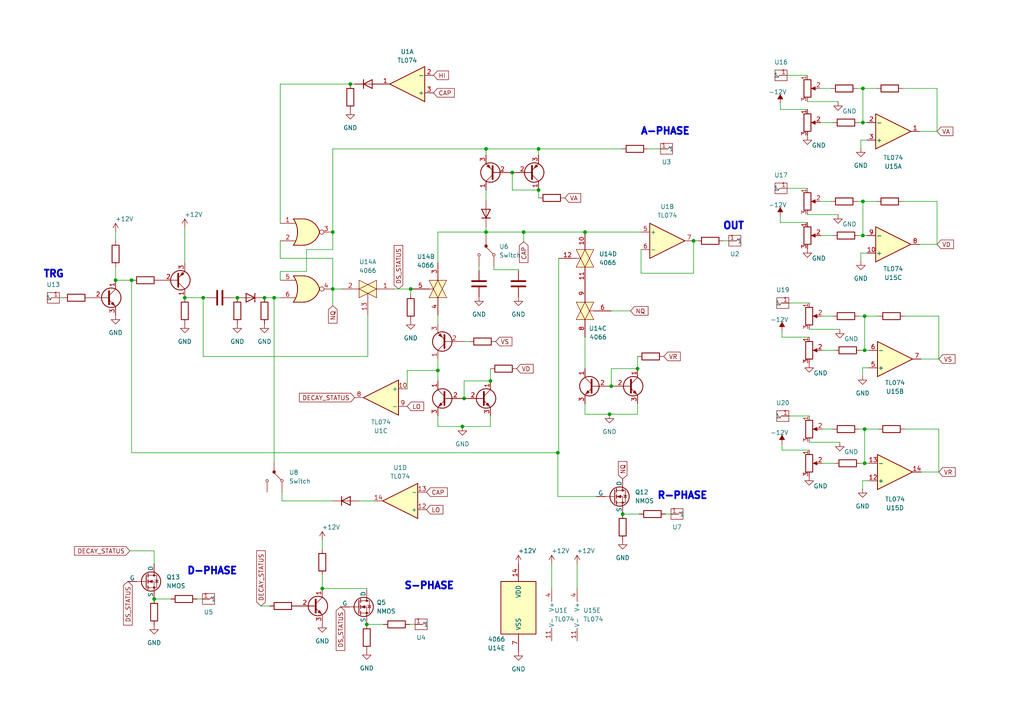
<source format=kicad_sch>
(kicad_sch (version 20230121) (generator eeschema)
  (paper "A4")
  (lib_symbols
    (symbol "4xxx:4001" (pin_names (offset 1.016))
      (property "Reference" "U" (at 0 1.27 0))
      (property "Value" "4001" (at 0 -1.27 0))
      (symbol "4001_1_1"
        (pin input line (at -7.62 2.54 0) (length 4.318) (name "~") (number "1"))
        (pin input line (at -7.62 -2.54 0) (length 4.318) (name "~") (number "2"))
        (pin output inverted (at 7.62 0 180) (length 3.81) (name "~") (number "3"))
      )
      (symbol "4001_1_2"
        (pin input inverted (at -7.62 2.54 0) (length 3.81) (name "~") (number "1"))
        (pin input inverted (at -7.62 -2.54 0) (length 3.81) (name "~") (number "2"))
        (pin output line (at 7.62 0 180) (length 3.81) (name "~") (number "3"))
      )
      (symbol "4001_2_1"
        (pin output inverted (at 7.62 0 180) (length 3.81) (name "~") (number "4"))
        (pin input line (at -7.62 2.54 0) (length 4.318) (name "~") (number "5"))
        (pin input line (at -7.62 -2.54 0) (length 4.318) (name "~") (number "6"))
      )
      (symbol "4001_2_2"
        (pin output line (at 7.62 0 180) (length 3.81) (name "~") (number "4"))
        (pin input inverted (at -7.62 2.54 0) (length 3.81) (name "~") (number "5"))
        (pin input inverted (at -7.62 -2.54 0) (length 3.81) (name "~") (number "6"))
      )
      (symbol "4001_3_1"
        (pin output inverted (at 7.62 0 180) (length 3.81) (name "~") (number "10"))
        (pin input line (at -7.62 2.54 0) (length 4.318) (name "~") (number "8"))
        (pin input line (at -7.62 -2.54 0) (length 4.318) (name "~") (number "9"))
      )
      (symbol "4001_3_2"
        (pin output line (at 7.62 0 180) (length 3.81) (name "~") (number "10"))
        (pin input inverted (at -7.62 2.54 0) (length 3.81) (name "~") (number "8"))
        (pin input inverted (at -7.62 -2.54 0) (length 3.81) (name "~") (number "9"))
      )
      (symbol "4001_4_1"
        (pin output inverted (at 7.62 0 180) (length 3.81) (name "~") (number "11"))
        (pin input line (at -7.62 2.54 0) (length 4.318) (name "~") (number "12"))
        (pin input line (at -7.62 -2.54 0) (length 4.318) (name "~") (number "13"))
      )
      (symbol "4001_4_2"
        (pin output line (at 7.62 0 180) (length 3.81) (name "~") (number "11"))
        (pin input inverted (at -7.62 2.54 0) (length 3.81) (name "~") (number "12"))
        (pin input inverted (at -7.62 -2.54 0) (length 3.81) (name "~") (number "13"))
      )
      (symbol "4001_5_0"
        (pin power_in line (at 0 12.7 270) (length 5.08) (name "VDD") (number "14"))
        (pin power_in line (at 0 -12.7 90) (length 5.08) (name "VSS") (number "7"))
      )
    )
    (symbol "4xxx:4066" (pin_names (offset 1.016))
      (property "Reference" "U" (at -7.62 8.89 0))
      (property "Value" "4066" (at -7.62 -8.89 0))
      (symbol "4066_1_0"
        (pin passive line (at -7.62 0 0) (length 5.08) (name "~") (number "1"))
        (pin input line (at 0 7.62 270) (length 5.08) (name "~") (number "13"))
        (pin passive line (at 7.62 0 180) (length 5.08) (name "~") (number "2"))
      )
      (symbol "4066_2_0"
        (pin passive line (at 7.62 0 180) (length 5.08) (name "~") (number "3"))
        (pin passive line (at -7.62 0 0) (length 5.08) (name "~") (number "4"))
        (pin input line (at 0 7.62 270) (length 5.08) (name "~") (number "5"))
      )
      (symbol "4066_3_0"
        (pin input line (at 0 7.62 270) (length 5.08) (name "~") (number "6"))
        (pin passive line (at -7.62 0 0) (length 5.08) (name "~") (number "8"))
        (pin passive line (at 7.62 0 180) (length 5.08) (name "~") (number "9"))
      )
      (symbol "4066_4_0"
        (pin passive line (at 7.62 0 180) (length 5.08) (name "~") (number "10"))
        (pin passive line (at -7.62 0 0) (length 5.08) (name "~") (number "11"))
        (pin input line (at 0 7.62 270) (length 5.08) (name "~") (number "12"))
      )
      (symbol "4066_5_0"
        (pin power_in line (at 0 12.7 270) (length 5.08) (name "VDD") (number "14"))
        (pin power_in line (at 0 -12.7 90) (length 5.08) (name "VSS") (number "7"))
      )
    )
    (symbol "Amplifier_Operational:TL074" (pin_names (offset 0.127))
      (property "Reference" "U" (at 0 5.08 0))
      (property "Value" "TL074" (at 0 -5.08 0))
      (symbol "TL074_1_1"
        (pin output line (at 7.62 0 180) (length 2.54) (name "~") (number "1"))
        (pin input line (at -7.62 -2.54 0) (length 2.54) (name "-") (number "2"))
        (pin input line (at -7.62 2.54 0) (length 2.54) (name "+") (number "3"))
      )
      (symbol "TL074_2_1"
        (pin input line (at -7.62 2.54 0) (length 2.54) (name "+") (number "5"))
        (pin input line (at -7.62 -2.54 0) (length 2.54) (name "-") (number "6"))
        (pin output line (at 7.62 0 180) (length 2.54) (name "~") (number "7"))
      )
      (symbol "TL074_3_1"
        (pin input line (at -7.62 2.54 0) (length 2.54) (name "+") (number "10"))
        (pin output line (at 7.62 0 180) (length 2.54) (name "~") (number "8"))
        (pin input line (at -7.62 -2.54 0) (length 2.54) (name "-") (number "9"))
      )
      (symbol "TL074_4_1"
        (pin input line (at -7.62 2.54 0) (length 2.54) (name "+") (number "12"))
        (pin input line (at -7.62 -2.54 0) (length 2.54) (name "-") (number "13"))
        (pin output line (at 7.62 0 180) (length 2.54) (name "~") (number "14"))
      )
      (symbol "TL074_5_1"
        (pin power_in line (at -2.54 -7.62 90) (length 3.81) (name "V-") (number "11"))
        (pin power_in line (at -2.54 7.62 270) (length 3.81) (name "V+") (number "4"))
      )
    )
    (symbol "Device:C" (pin_numbers hide) (pin_names (offset 0.254))
      (property "Reference" "C" (at 0.635 2.54 0))
      (property "Value" "C" (at 0.635 -2.54 0))
      (symbol "C_1_1"
        (pin passive line (at 0 3.81 270) (length 2.794) (name "~") (number "1"))
        (pin passive line (at 0 -3.81 90) (length 2.794) (name "~") (number "2"))
      )
    )
    (symbol "Device:D" (pin_numbers hide) (pin_names (offset 1.016) hide)
      (property "Reference" "D" (at 0 2.54 0))
      (property "Value" "D" (at 0 -2.54 0))
      (symbol "D_1_1"
        (pin passive line (at -3.81 0 0) (length 2.54) (name "K") (number "1"))
        (pin passive line (at 3.81 0 180) (length 2.54) (name "A") (number "2"))
      )
    )
    (symbol "Device:R" (pin_numbers hide) (pin_names (offset 0))
      (property "Reference" "R" (at 2.032 0 90))
      (property "Value" "R" (at 0 0 90))
      (symbol "R_1_1"
        (pin passive line (at 0 3.81 270) (length 1.27) (name "~") (number "1"))
        (pin passive line (at 0 -3.81 90) (length 1.27) (name "~") (number "2"))
      )
    )
    (symbol "Device:R_Potentiometer" (pin_names (offset 1.016) hide)
      (property "Reference" "RV" (at -4.445 0 90))
      (property "Value" "R_Potentiometer" (at -2.54 0 90))
      (symbol "R_Potentiometer_1_1"
        (pin passive line (at 0 3.81 270) (length 1.27) (name "1") (number "1"))
        (pin passive line (at 3.81 0 180) (length 1.27) (name "2") (number "2"))
        (pin passive line (at 0 -3.81 90) (length 1.27) (name "3") (number "3"))
      )
    )
    (symbol "HEJ:Aux_flush"
      (property "Reference" "U" (at -0.0508 5.3848 0))
      (symbol "Aux_flush_1_1"
        (pin bidirectional line (at 1.7272 0 180) (length 2) (name "1") (number "1"))
      )
    )
    (symbol "HEJ:Switch"
      (property "Reference" "U" (at 0 4.318 0))
      (property "Value" "Switch" (at 0 -6.096 0))
      (symbol "Switch_1_1"
        (pin input line (at 5.842 2.286 180) (length 2.54) hide (name "1") (number "1"))
        (pin input line (at -3.048 0 0) (length 2.54) hide (name "2") (number "2"))
        (pin input line (at 5.842 -2.032 180) (length 2.54) hide (name "3") (number "3"))
      )
    )
    (symbol "Simulation_SPICE:NMOS" (pin_numbers hide) (pin_names (offset 0))
      (property "Reference" "Q" (at 5.08 1.27 0))
      (property "Value" "NMOS" (at 5.08 -1.27 0))
      (symbol "NMOS_1_1"
        (pin passive line (at 2.54 5.08 270) (length 2.54) (name "D") (number "1"))
        (pin input line (at -5.08 0 0) (length 2.54) (name "G") (number "2"))
        (pin passive line (at 2.54 -5.08 90) (length 2.54) (name "S") (number "3"))
      )
    )
    (symbol "Transistor_BJT:BC547" (pin_names (offset 0) hide)
      (property "Reference" "Q" (at 5.08 1.905 0))
      (property "Value" "BC547" (at 5.08 0 0))
      (symbol "BC547_1_1"
        (pin passive line (at 2.54 5.08 270) (length 2.54) (name "C") (number "1"))
        (pin input line (at -5.08 0 0) (length 5.08) (name "B") (number "2"))
        (pin passive line (at 2.54 -5.08 90) (length 2.54) (name "E") (number "3"))
      )
    )
    (symbol "Transistor_BJT:BC557" (pin_names (offset 0) hide)
      (property "Reference" "Q" (at 5.08 1.905 0))
      (property "Value" "BC557" (at 5.08 0 0))
      (symbol "BC557_1_1"
        (pin passive line (at 2.54 5.08 270) (length 2.54) (name "C") (number "1"))
        (pin input line (at -5.08 0 0) (length 5.715) (name "B") (number "2"))
        (pin passive line (at 2.54 -5.08 90) (length 2.54) (name "E") (number "3"))
      )
    )
    (symbol "power:+12V" (power) (pin_names (offset 0))
      (property "Value" "+12V" (at 0 3.556 0))
      (symbol "+12V_1_1"
        (pin power_in line (at 0 0 90) (length 0) hide (name "+12V") (number "1"))
      )
    )
    (symbol "power:-12V" (power) (pin_names (offset 0))
      (property "Value" "-12V" (at 0 3.81 0))
      (symbol "-12V_0_0"
        (pin power_in line (at 0 0 90) (length 0) hide (name "-12V") (number "1"))
      )
    )
    (symbol "power:GND" (power) (pin_names (offset 0))
      (property "Value" "GND" (at 0 -3.81 0))
      (symbol "GND_1_1"
        (pin power_in line (at 0 0 270) (length 0) hide (name "GND") (number "1"))
      )
    )
  )
  (junction (at 156.21 43.18))
  (junction (at 184.912 106.934))
  (junction (at 44.704 173.736))
  (junction (at 119.126 83.82))
  (junction (at 127 107.442))
  (junction (at 76.708 86.36))
  (junction (at 169.672 67.31))
  (junction (at 180.594 149.098))
  (junction (at 177.292 112.014))
  (junction (at 79.502 86.36))
  (junction (at 156.21 55.118))
  (junction (at 38.1614 81.28))
  (junction (at 106.3752 181.102))
  (junction (at 250.7824 101.6))
  (junction (at 142.24 110.49))
  (junction (at 161.798 131.318))
  (junction (at 201.168 69.85))
  (junction (at 250.2744 68.326))
  (junction (at 250.7824 91.694))
  (junction (at 101.6 24.384))
  (junction (at 58.928 86.36))
  (junction (at 140.97 43.18))
  (junction (at 33.528 81.28))
  (junction (at 176.784 120.142))
  (junction (at 96.52 67.31))
  (junction (at 93.472 170.688))
  (junction (at 148.59 50.038))
  (junction (at 250.2744 25.654))
  (junction (at 53.594 86.36))
  (junction (at 140.97 67.31))
  (junction (at 250.7824 134.366))
  (junction (at 96.52 83.82))
  (junction (at 250.2744 35.56))
  (junction (at 250.7824 124.46))
  (junction (at 68.834 86.36))
  (junction (at 134.62 115.57))
  (junction (at 134.112 123.698))
  (junction (at 151.892 67.31))
  (junction (at 250.2744 58.42))
  (wire (pts (xy 271.78 38.1) (xy 266.7 38.1)))
  (wire (pts (xy 106.3752 170.688) (xy 106.3752 170.942)))
  (wire (pts (xy 81.28 69.85) (xy 81.28 74.93)))
  (wire (pts (xy 184.912 103.378) (xy 184.912 106.934)))
  (wire (pts (xy 58.928 86.36) (xy 59.944 86.36)))
  (wire (pts (xy 169.672 67.31) (xy 185.928 67.31)))
  (wire (pts (xy 118.11 107.442) (xy 127 107.442)))
  (wire (pts (xy 127 104.14) (xy 127 107.442)))
  (wire (pts (xy 119.126 85.344) (xy 119.126 83.82)))
  (wire (pts (xy 33.528 77.47) (xy 33.528 81.28)))
  (wire (pts (xy 140.97 67.31) (xy 151.892 67.31)))
  (wire (pts (xy 79.502 86.36) (xy 81.28 86.36)))
  (wire (pts (xy 127 120.65) (xy 127 123.698)))
  (wire (pts (xy 118.8212 181.102) (xy 120.396 181.102)))
  (wire (pts (xy 127 76.2) (xy 127 67.31)))
  (wire (pts (xy 226.314 62.738) (xy 226.314 64.516)))
  (wire (pts (xy 96.52 74.93) (xy 81.28 74.93)))
  (wire (pts (xy 148.59 55.118) (xy 156.21 55.118)))
  (wire (pts (xy 226.822 97.79) (xy 234.696 97.79)))
  (wire (pts (xy 134.62 110.49) (xy 142.24 110.49)))
  (wire (pts (xy 108.458 145.288) (xy 104.14 145.288)))
  (wire (pts (xy 241.046 25.654) (xy 237.998 25.654)))
  (wire (pts (xy 76.708 86.36) (xy 79.502 86.36)))
  (wire (pts (xy 81.28 64.77) (xy 81.28 24.384)))
  (wire (pts (xy 140.97 43.18) (xy 156.21 43.18)))
  (wire (pts (xy 148.59 50.038) (xy 148.59 55.118)))
  (wire (pts (xy 79.502 133.858) (xy 79.502 86.36)))
  (wire (pts (xy 151.892 67.31) (xy 169.672 67.31)))
  (wire (pts (xy 156.21 55.118) (xy 156.21 57.404)))
  (wire (pts (xy 127 123.698) (xy 134.112 123.698)))
  (wire (pts (xy 238.506 134.366) (xy 242.062 134.366)))
  (wire (pts (xy 185.928 72.39) (xy 185.928 79.248)))
  (wire (pts (xy 49.53 173.736) (xy 44.704 173.736)))
  (wire (pts (xy 75.692 175.768) (xy 78.232 175.768)))
  (wire (pts (xy 191.5668 43.18) (xy 187.96 43.18)))
  (wire (pts (xy 250.7824 91.694) (xy 254.762 91.694)))
  (wire (pts (xy 271.78 38.1) (xy 271.78 25.654)))
  (wire (pts (xy 160.02 163.576) (xy 160.02 170.688)))
  (wire (pts (xy 250.2744 25.654) (xy 250.2744 35.56)))
  (wire (pts (xy 238.506 101.6) (xy 242.062 101.6)))
  (wire (pts (xy 228.2952 54.61) (xy 234.188 54.61)))
  (wire (pts (xy 161.798 144.018) (xy 161.798 131.318)))
  (wire (pts (xy 226.314 64.516) (xy 234.188 64.516)))
  (wire (pts (xy 241.046 58.42) (xy 237.998 58.42)))
  (wire (pts (xy 272.288 136.906) (xy 272.288 124.46)))
  (wire (pts (xy 81.28 78.74) (xy 81.28 81.28)))
  (wire (pts (xy 33.528 67.31) (xy 33.528 69.85)))
  (wire (pts (xy 226.822 96.012) (xy 226.822 97.79)))
  (wire (pts (xy 177.292 112.014) (xy 177.292 106.934)))
  (wire (pts (xy 272.288 136.906) (xy 267.208 136.906)))
  (wire (pts (xy 134.112 123.698) (xy 142.24 123.698)))
  (wire (pts (xy 88.9 78.74) (xy 81.28 78.74)))
  (wire (pts (xy 106.68 103.378) (xy 106.68 91.44)))
  (wire (pts (xy 272.288 124.46) (xy 262.382 124.46)))
  (wire (pts (xy 119.38 83.82) (xy 119.126 83.82)))
  (wire (pts (xy 142.24 106.934) (xy 142.24 110.49)))
  (wire (pts (xy 134.62 115.57) (xy 134.62 110.49)))
  (wire (pts (xy 249.682 40.64) (xy 251.46 40.64)))
  (wire (pts (xy 37.6428 159.766) (xy 44.704 159.766)))
  (wire (pts (xy 226.314 31.75) (xy 234.188 31.75)))
  (wire (pts (xy 185.42 149.098) (xy 180.594 149.098)))
  (wire (pts (xy 177.292 106.934) (xy 184.912 106.934)))
  (wire (pts (xy 248.666 58.42) (xy 250.2744 58.42)))
  (wire (pts (xy 250.19 108.966) (xy 250.19 106.68)))
  (wire (pts (xy 150.368 78.486) (xy 150.368 78.232)))
  (wire (pts (xy 185.928 79.248) (xy 201.168 79.248)))
  (wire (pts (xy 156.21 43.18) (xy 156.21 44.958)))
  (wire (pts (xy 111.2012 181.102) (xy 106.3752 181.102)))
  (wire (pts (xy 241.554 124.46) (xy 238.506 124.46)))
  (wire (pts (xy 226.314 29.972) (xy 226.314 31.75)))
  (wire (pts (xy 250.2744 58.42) (xy 254.254 58.42)))
  (wire (pts (xy 234.696 128.27) (xy 243.586 128.27)))
  (wire (pts (xy 250.7824 91.694) (xy 250.7824 101.6)))
  (wire (pts (xy 211.3788 69.85) (xy 209.804 69.85)))
  (wire (pts (xy 44.704 159.766) (xy 44.704 163.576)))
  (wire (pts (xy 169.672 97.79) (xy 169.672 106.934)))
  (wire (pts (xy 114.3 83.82) (xy 119.126 83.82)))
  (wire (pts (xy 272.288 104.14) (xy 267.208 104.14)))
  (wire (pts (xy 127 67.31) (xy 140.97 67.31)))
  (wire (pts (xy 38.1614 131.318) (xy 161.798 131.318)))
  (wire (pts (xy 136.144 99.06) (xy 134.62 99.06)))
  (wire (pts (xy 271.78 70.866) (xy 271.78 58.42)))
  (wire (pts (xy 67.564 86.36) (xy 68.834 86.36)))
  (wire (pts (xy 228.2952 21.844) (xy 234.188 21.844)))
  (wire (pts (xy 140.97 43.18) (xy 140.97 44.958)))
  (wire (pts (xy 272.288 91.694) (xy 262.382 91.694)))
  (wire (pts (xy 226.822 128.778) (xy 226.822 130.556)))
  (wire (pts (xy 250.2744 35.56) (xy 251.46 35.56)))
  (wire (pts (xy 201.168 79.248) (xy 201.168 69.85)))
  (wire (pts (xy 249.174 91.694) (xy 250.7824 91.694)))
  (wire (pts (xy 38.1614 81.28) (xy 38.354 81.28)))
  (wire (pts (xy 228.8032 87.884) (xy 234.696 87.884)))
  (wire (pts (xy 96.52 43.18) (xy 140.97 43.18)))
  (wire (pts (xy 143.256 78.232) (xy 143.256 77.216)))
  (wire (pts (xy 58.928 86.36) (xy 58.928 103.378)))
  (wire (pts (xy 96.52 67.31) (xy 96.52 43.18)))
  (wire (pts (xy 176.784 120.142) (xy 184.912 120.142)))
  (wire (pts (xy 127 93.98) (xy 127 91.44)))
  (wire (pts (xy 156.21 43.18) (xy 180.34 43.18)))
  (wire (pts (xy 81.788 145.288) (xy 96.52 145.288)))
  (wire (pts (xy 150.368 78.232) (xy 143.256 78.232)))
  (wire (pts (xy 33.528 81.28) (xy 38.1614 81.28)))
  (wire (pts (xy 138.938 77.216) (xy 138.938 78.486)))
  (wire (pts (xy 234.188 62.23) (xy 243.078 62.23)))
  (wire (pts (xy 17.2212 86.36) (xy 18.288 86.36)))
  (wire (pts (xy 234.188 29.464) (xy 243.078 29.464)))
  (wire (pts (xy 88.9 72.39) (xy 88.9 78.74)))
  (wire (pts (xy 271.78 58.42) (xy 261.874 58.42)))
  (wire (pts (xy 250.2744 25.654) (xy 254.254 25.654)))
  (wire (pts (xy 161.798 144.018) (xy 172.974 144.018)))
  (wire (pts (xy 234.696 95.504) (xy 243.586 95.504)))
  (wire (pts (xy 53.594 66.04) (xy 53.594 76.2)))
  (wire (pts (xy 249.682 42.926) (xy 249.682 40.64)))
  (wire (pts (xy 96.52 72.39) (xy 88.9 72.39)))
  (wire (pts (xy 38.1614 131.318) (xy 38.1614 81.28)))
  (wire (pts (xy 81.28 24.384) (xy 101.6 24.384)))
  (wire (pts (xy 250.2744 58.42) (xy 250.2744 68.326)))
  (wire (pts (xy 249.174 68.326) (xy 250.2744 68.326)))
  (wire (pts (xy 228.8032 120.65) (xy 234.696 120.65)))
  (wire (pts (xy 250.19 106.68) (xy 251.968 106.68)))
  (wire (pts (xy 81.788 145.288) (xy 81.788 142.748)))
  (wire (pts (xy 169.672 117.094) (xy 169.672 120.142)))
  (wire (pts (xy 161.798 131.318) (xy 162.052 131.318)))
  (wire (pts (xy 249.174 124.46) (xy 250.7824 124.46)))
  (wire (pts (xy 241.554 91.694) (xy 238.506 91.694)))
  (wire (pts (xy 99.06 83.82) (xy 96.52 83.82)))
  (wire (pts (xy 250.7824 134.366) (xy 251.968 134.366)))
  (wire (pts (xy 102.87 24.384) (xy 101.6 24.384)))
  (wire (pts (xy 76.454 86.36) (xy 76.708 86.36)))
  (wire (pts (xy 237.998 68.326) (xy 241.554 68.326)))
  (wire (pts (xy 93.472 166.878) (xy 93.472 170.688)))
  (wire (pts (xy 202.184 69.85) (xy 201.168 69.85)))
  (wire (pts (xy 182.88 90.17) (xy 177.292 90.17)))
  (wire (pts (xy 58.928 103.378) (xy 106.68 103.378)))
  (wire (pts (xy 167.386 163.576) (xy 167.386 170.688)))
  (wire (pts (xy 140.97 58.166) (xy 140.97 55.118)))
  (wire (pts (xy 250.7824 124.46) (xy 250.7824 134.366)))
  (wire (pts (xy 184.912 120.142) (xy 184.912 117.094)))
  (wire (pts (xy 226.822 130.556) (xy 234.696 130.556)))
  (wire (pts (xy 250.2744 68.326) (xy 251.46 68.326)))
  (wire (pts (xy 249.682 101.6) (xy 250.7824 101.6)))
  (wire (pts (xy 93.472 156.718) (xy 93.472 159.258)))
  (wire (pts (xy 249.174 35.56) (xy 250.2744 35.56)))
  (wire (pts (xy 193.04 149.098) (xy 194.6148 149.098)))
  (wire (pts (xy 140.97 65.786) (xy 140.97 67.31)))
  (wire (pts (xy 237.998 35.56) (xy 241.554 35.56)))
  (wire (pts (xy 169.672 120.142) (xy 176.784 120.142)))
  (wire (pts (xy 250.19 139.446) (xy 251.968 139.446)))
  (wire (pts (xy 96.52 67.31) (xy 96.52 72.39)))
  (wire (pts (xy 272.288 104.14) (xy 272.288 91.694)))
  (wire (pts (xy 53.594 86.36) (xy 58.928 86.36)))
  (wire (pts (xy 93.472 170.688) (xy 106.3752 170.688)))
  (wire (pts (xy 271.78 70.866) (xy 266.7 70.866)))
  (wire (pts (xy 271.78 25.654) (xy 261.874 25.654)))
  (wire (pts (xy 250.7824 101.6) (xy 251.968 101.6)))
  (wire (pts (xy 249.682 134.366) (xy 250.7824 134.366)))
  (wire (pts (xy 248.666 25.654) (xy 250.2744 25.654)))
  (wire (pts (xy 151.892 70.104) (xy 151.892 67.31)))
  (wire (pts (xy 249.682 73.406) (xy 251.46 73.406)))
  (wire (pts (xy 249.682 75.692) (xy 249.682 73.406)))
  (wire (pts (xy 118.11 112.776) (xy 118.11 107.442)))
  (wire (pts (xy 162.052 74.93) (xy 162.052 131.318)))
  (wire (pts (xy 127 107.442) (xy 127 110.49)))
  (wire (pts (xy 96.52 83.82) (xy 96.52 88.646)))
  (wire (pts (xy 142.24 123.698) (xy 142.24 120.65)))
  (wire (pts (xy 250.7824 124.46) (xy 254.762 124.46)))
  (wire (pts (xy 140.97 67.31) (xy 140.97 68.326)))
  (wire (pts (xy 57.15 173.736) (xy 58.7248 173.736)))
  (wire (pts (xy 96.52 74.93) (xy 96.52 83.82)))
  (wire (pts (xy 250.19 141.732) (xy 250.19 139.446)))
  (text "R-PHASE\n" (at 190.5 145.034 0) (effects (font (size 2.032 2.032) (thickness 1.524) bold) (justify left bottom)))
  (text "D-PHASE" (at 54.102 166.878 0) (effects (font (size 2.032 2.032) (thickness 1.524) bold) (justify left bottom)))
  (text "TRG" (at 12.446 80.772 0) (effects (font (size 2.032 2.032) (thickness 1.524) bold) (justify left bottom)))
  (text "A-PHASE" (at 185.674 39.37 0) (effects (font (size 2.032 2.032) (thickness 1.524) bold) (justify left bottom)))
  (text "S-PHASE" (at 117.094 171.196 0) (effects (font (size 2.032 2.032) (thickness 1.524) bold) (justify left bottom)))
  (text "OUT" (at 209.55 66.802 0) (effects (font (size 2.032 2.032) (thickness 1.524) bold) (justify left bottom)))
  (global_label "VA" (shape input) (at 163.83 57.404 0) (property "Intersheetrefs" "${INTERSHEET_REFS}" (effects hide)))
  (global_label "VR" (shape input) (at 272.288 136.906 0) (property "Intersheetrefs" "${INTERSHEET_REFS}" (effects hide)))
  (global_label "CAP" (shape input) (at 125.73 26.924 0) (property "Intersheetrefs" "${INTERSHEET_REFS}" (effects hide)))
  (global_label "DS_STATUS" (shape input) (at 98.7552 176.022 270) (property "Intersheetrefs" "${INTERSHEET_REFS}" (effects hide)))
  (global_label "DS_STATUS" (shape input) (at 37.084 168.656 270) (property "Intersheetrefs" "${INTERSHEET_REFS}" (effects hide)))
  (global_label "VS" (shape input) (at 272.288 104.14 0) (property "Intersheetrefs" "${INTERSHEET_REFS}" (effects hide)))
  (global_label "VD" (shape input) (at 149.86 106.934 0) (property "Intersheetrefs" "${INTERSHEET_REFS}" (effects hide)))
  (global_label "HI" (shape input) (at 125.73 21.844 0) (property "Intersheetrefs" "${INTERSHEET_REFS}" (effects hide)))
  (global_label "CAP" (shape input) (at 123.698 142.748 0) (property "Intersheetrefs" "${INTERSHEET_REFS}" (effects hide)))
  (global_label "VR" (shape input) (at 192.532 103.378 0) (property "Intersheetrefs" "${INTERSHEET_REFS}" (effects hide)))
  (global_label "DECAY_STATUS" (shape input) (at 37.6428 159.766 180) (property "Intersheetrefs" "${INTERSHEET_REFS}" (effects hide)))
  (global_label "DS_STATUS" (shape input) (at 115.57 83.82 90) (property "Intersheetrefs" "${INTERSHEET_REFS}" (effects hide)))
  (global_label "LO" (shape input) (at 123.698 147.828 0) (property "Intersheetrefs" "${INTERSHEET_REFS}" (effects hide)))
  (global_label "LO" (shape input) (at 118.11 117.856 0) (property "Intersheetrefs" "${INTERSHEET_REFS}" (effects hide)))
  (global_label "NQ" (shape input) (at 182.88 90.17 0) (property "Intersheetrefs" "${INTERSHEET_REFS}" (effects hide)))
  (global_label "VS" (shape input) (at 143.764 99.06 0) (property "Intersheetrefs" "${INTERSHEET_REFS}" (effects hide)))
  (global_label "DECAY_STATUS" (shape input) (at 102.87 115.316 180) (property "Intersheetrefs" "${INTERSHEET_REFS}" (effects hide)))
  (global_label "DECAY_STATUS" (shape input) (at 75.692 175.768 90) (property "Intersheetrefs" "${INTERSHEET_REFS}" (effects hide)))
  (global_label "NQ" (shape input) (at 96.52 88.646 270) (property "Intersheetrefs" "${INTERSHEET_REFS}" (effects hide)))
  (global_label "CAP" (shape input) (at 151.892 70.104 270) (property "Intersheetrefs" "${INTERSHEET_REFS}" (effects hide)))
  (global_label "VD" (shape input) (at 271.78 70.866 0) (property "Intersheetrefs" "${INTERSHEET_REFS}" (effects hide)))
  (global_label "NQ" (shape input) (at 180.594 138.938 90) (property "Intersheetrefs" "${INTERSHEET_REFS}" (effects hide)))
  (global_label "VA" (shape input) (at 271.78 38.1 0) (property "Intersheetrefs" "${INTERSHEET_REFS}" (effects hide)))
  (symbol (lib_id "Amplifier_Operational:TL074") (at 259.08 70.866 0) (mirror x) (unit 3)
    (property "Reference" "U15" (at 259.08 80.518 0))
    (property "Value" "TL074" (at 259.08 77.978 0))
    (property "Footprint" "Package_DIP:DIP-14_W7.62mm_Socket" (effects hide))
    (property "Datasheet" "http://www.ti.com/lit/ds/symlink/tl071.pdf" (effects hide))
  )
  (symbol (lib_id "Amplifier_Operational:TL074") (at 193.548 69.85 0) (unit 2)
    (property "Reference" "U1" (at 193.548 59.944 0))
    (property "Value" "TL074" (at 193.548 62.484 0))
    (property "Footprint" "Package_DIP:DIP-14_W7.62mm_Socket" (effects hide))
    (property "Datasheet" "http://www.ti.com/lit/ds/symlink/tl071.pdf" (effects hide))
  )
  (symbol (lib_id "Transistor_BJT:BC547") (at 139.7 115.57 0) (unit 1)
    (property "Reference" "Q10" (effects hide))
    (property "Value" "BC547" (effects hide))
    (property "Footprint" "Package_TO_SOT_THT:TO-92_Inline_Wide" (effects hide))
    (property "Datasheet" "https://www.onsemi.com/pub/Collateral/BC550-D.pdf" (effects hide))
  )
  (symbol (lib_id "Transistor_BJT:BC547") (at 30.988 86.36 0) (unit 1)
    (property "Reference" "Q7" (effects hide))
    (property "Value" "BC547" (effects hide))
    (property "Footprint" "Package_TO_SOT_THT:TO-92_Inline_Wide" (effects hide))
    (property "Datasheet" "https://www.onsemi.com/pub/Collateral/BC550-D.pdf" (effects hide))
  )
  (symbol (lib_id "power:GND") (at 243.586 128.27 0) (unit 1)
    (property "Reference" "#PWR063" (effects hide))
    (property "Value" "GND" (at 246.888 131.064 0))
  )
  (symbol (lib_id "Device:R") (at 76.708 90.17 0) (unit 1)
    (property "Reference" "R43" (effects hide))
    (property "Value" "R" (effects hide))
    (property "Footprint" "Resistor_THT:R_Axial_DIN0204_L3.6mm_D1.6mm_P7.62mm_Horizontal" (effects hide))
  )
  (symbol (lib_id "Device:R") (at 258.064 58.42 90) (unit 1)
    (property "Reference" "R52" (effects hide))
    (property "Value" "R" (effects hide))
    (property "Footprint" "Resistor_THT:R_Axial_DIN0204_L3.6mm_D1.6mm_P7.62mm_Horizontal" (effects hide))
  )
  (symbol (lib_id "Transistor_BJT:BC547") (at 90.932 175.768 0) (unit 1)
    (property "Reference" "Q6" (effects hide))
    (property "Value" "BC547" (effects hide))
    (property "Footprint" "Package_TO_SOT_THT:TO-92_Inline_Wide" (effects hide))
    (property "Datasheet" "https://www.onsemi.com/pub/Collateral/BC550-D.pdf" (effects hide))
  )
  (symbol (lib_id "Device:R_Potentiometer") (at 234.696 124.46 0) (unit 1)
    (property "Reference" "RV12" (effects hide))
    (property "Value" "R_Potentiometer" (effects hide))
    (property "Footprint" "Library:AlpsPot" (effects hide))
  )
  (symbol (lib_id "Device:R") (at 245.872 101.6 90) (unit 1)
    (property "Reference" "R55" (effects hide))
    (property "Value" "R" (effects hide))
    (property "Footprint" "Resistor_THT:R_Axial_DIN0204_L3.6mm_D1.6mm_P7.62mm_Horizontal" (effects hide))
  )
  (symbol (lib_id "Transistor_BJT:BC557") (at 153.67 50.038 0) (mirror x) (unit 1)
    (property "Reference" "Q1" (effects hide))
    (property "Value" "BC557" (effects hide))
    (property "Footprint" "Package_TO_SOT_THT:TO-92_Inline_Wide" (effects hide))
    (property "Datasheet" "https://www.onsemi.com/pub/Collateral/BC556BTA-D.pdf" (effects hide))
  )
  (symbol (lib_id "power:GND") (at 234.696 105.41 0) (unit 1)
    (property "Reference" "#PWR060" (effects hide))
    (property "Value" "GND" (at 237.998 108.204 0))
  )
  (symbol (lib_id "4xxx:4001") (at 88.9 67.31 0) (unit 1)
    (property "Reference" "U12" (effects hide))
    (property "Value" "4001" (effects hide))
    (property "Footprint" "Package_DIP:DIP-14_W7.62mm_Socket" (effects hide))
    (property "Datasheet" "http://www.intersil.com/content/dam/Intersil/documents/cd40/cd4000bms-01bms-02bms-25bms.pdf" (effects hide))
  )
  (symbol (lib_id "Device:R_Potentiometer") (at 234.696 134.366 0) (unit 1)
    (property "Reference" "RV13" (effects hide))
    (property "Value" "R_Potentiometer" (effects hide))
    (property "Footprint" "Library:AlpsPot" (effects hide))
  )
  (symbol (lib_id "power:GND") (at 93.472 180.848 0) (unit 1)
    (property "Reference" "#PWR05" (effects hide))
    (property "Value" "GND" (at 93.472 185.928 0))
  )
  (symbol (lib_id "Device:R") (at 244.856 25.654 90) (unit 1)
    (property "Reference" "R48" (effects hide))
    (property "Value" "R" (effects hide))
    (property "Footprint" "Resistor_THT:R_Axial_DIN0204_L3.6mm_D1.6mm_P7.62mm_Horizontal" (effects hide))
  )
  (symbol (lib_id "Device:R") (at 82.042 175.768 270) (unit 1)
    (property "Reference" "R6" (effects hide))
    (property "Value" "R" (effects hide))
    (property "Footprint" "Resistor_THT:R_Axial_DIN0204_L3.6mm_D1.6mm_P7.62mm_Horizontal" (effects hide))
  )
  (symbol (lib_id "Device:R") (at 33.528 73.66 0) (unit 1)
    (property "Reference" "R39" (effects hide))
    (property "Value" "R" (effects hide))
    (property "Footprint" "Resistor_THT:R_Axial_DIN0204_L3.6mm_D1.6mm_P7.62mm_Horizontal" (effects hide))
  )
  (symbol (lib_id "Device:R") (at 245.364 68.326 90) (unit 1)
    (property "Reference" "R51" (effects hide))
    (property "Value" "R" (effects hide))
    (property "Footprint" "Resistor_THT:R_Axial_DIN0204_L3.6mm_D1.6mm_P7.62mm_Horizontal" (effects hide))
  )
  (symbol (lib_id "4xxx:4066") (at 127 83.82 90) (unit 2)
    (property "Reference" "U14" (at 120.904 74.422 90) (effects (justify right)))
    (property "Value" "4066" (at 120.904 76.962 90) (effects (justify right)))
    (property "Footprint" "Package_DIP:DIP-14_W7.62mm_Socket" (effects hide))
    (property "Datasheet" "http://www.ti.com/lit/ds/symlink/cd4066b.pdf" (effects hide))
  )
  (symbol (lib_id "Device:D") (at 72.644 86.36 180) (unit 1)
    (property "Reference" "D8" (effects hide))
    (property "Value" "D" (effects hide))
    (property "Footprint" "Diode_THT:D_A-405_P5.08mm_Vertical_AnodeUp" (effects hide))
  )
  (symbol (lib_id "Device:R") (at 160.02 57.404 90) (unit 1)
    (property "Reference" "R1" (effects hide))
    (property "Value" "R" (effects hide))
    (property "Footprint" "Resistor_THT:R_Axial_DIN0204_L3.6mm_D1.6mm_P7.62mm_Horizontal" (effects hide))
  )
  (symbol (lib_id "power:GND") (at 76.708 93.98 0) (unit 1)
    (property "Reference" "#PWR047" (effects hide))
    (property "Value" "GND" (at 76.708 99.06 0))
  )
  (symbol (lib_id "power:GND") (at 150.368 86.106 0) (unit 1)
    (property "Reference" "#PWR01" (effects hide))
    (property "Value" "GND" (at 150.368 91.186 0))
  )
  (symbol (lib_id "Transistor_BJT:BC547") (at 172.212 112.014 0) (mirror y) (unit 1)
    (property "Reference" "Q3" (effects hide))
    (property "Value" "BC547" (effects hide))
    (property "Footprint" "Package_TO_SOT_THT:TO-92_Inline_Wide" (effects hide))
    (property "Datasheet" "https://www.onsemi.com/pub/Collateral/BC550-D.pdf" (effects hide))
  )
  (symbol (lib_id "power:GND") (at 250.19 141.732 0) (unit 1)
    (property "Reference" "#PWR065" (effects hide))
    (property "Value" "GND" (at 250.19 146.812 0))
  )
  (symbol (lib_id "Device:R") (at 101.6 28.194 0) (mirror y) (unit 1)
    (property "Reference" "R2" (effects hide))
    (property "Value" "R" (effects hide))
    (property "Footprint" "Resistor_THT:R_Axial_DIN0204_L3.6mm_D1.6mm_P7.62mm_Horizontal" (effects hide))
  )
  (symbol (lib_id "Amplifier_Operational:TL074") (at 259.588 136.906 0) (mirror x) (unit 4)
    (property "Reference" "U15" (at 259.588 147.32 0))
    (property "Value" "TL074" (at 259.588 144.78 0))
    (property "Footprint" "Package_DIP:DIP-14_W7.62mm_Socket" (effects hide))
    (property "Datasheet" "http://www.ti.com/lit/ds/symlink/tl071.pdf" (effects hide))
  )
  (symbol (lib_id "power:GND") (at 176.784 120.142 0) (unit 1)
    (property "Reference" "#PWR03" (effects hide))
    (property "Value" "GND" (at 176.784 125.222 0))
  )
  (symbol (lib_id "power:GND") (at 33.528 91.44 0) (unit 1)
    (property "Reference" "#PWR043" (effects hide))
    (property "Value" "GND" (at 33.528 96.52 0))
  )
  (symbol (lib_id "HEJ:Aux_flush") (at 122.1232 181.102 180) (unit 1)
    (property "Reference" "U4" (at 122.1486 184.912 0))
    (property "Value" "Aux_flush" (effects hide))
    (property "Footprint" "Library:aux_flush" (effects hide))
  )
  (symbol (lib_id "Device:R") (at 119.126 89.154 0) (unit 1)
    (property "Reference" "R44" (effects hide))
    (property "Value" "R" (effects hide))
    (property "Footprint" "Resistor_THT:R_Axial_DIN0204_L3.6mm_D1.6mm_P7.62mm_Horizontal" (effects hide))
  )
  (symbol (lib_id "Simulation_SPICE:NMOS") (at 178.054 144.018 0) (unit 1)
    (property "Reference" "Q12" (at 184.15 142.748 0) (effects (justify left)))
    (property "Value" "NMOS" (at 184.15 145.288 0) (effects (justify left)))
    (property "Footprint" "Package_TO_SOT_THT:TO-92_Inline_Wide" (effects hide))
    (property "Datasheet" "https://ngspice.sourceforge.io/docs/ngspice-manual.pdf" (effects hide))
    (property "Sim.Device" "NMOS" (effects hide))
    (property "Sim.Type" "VDMOS" (effects hide))
    (property "Sim.Pins" "1=D 2=G 3=S" (effects hide))
  )
  (symbol (lib_id "power:GND") (at 249.682 42.926 0) (unit 1)
    (property "Reference" "#PWR050" (effects hide))
    (property "Value" "GND" (at 249.682 48.006 0))
  )
  (symbol (lib_id "Device:R") (at 93.472 163.068 0) (unit 1)
    (property "Reference" "R7" (effects hide))
    (property "Value" "R" (effects hide))
    (property "Footprint" "Resistor_THT:R_Axial_DIN0204_L3.6mm_D1.6mm_P7.62mm_Horizontal" (effects hide))
  )
  (symbol (lib_id "HEJ:Aux_flush") (at 227.076 120.65 0) (unit 1)
    (property "Reference" "U20" (at 227.0506 116.84 0))
    (property "Value" "Aux_flush" (effects hide))
    (property "Footprint" "Library:aux_flush" (effects hide))
  )
  (symbol (lib_id "power:GND") (at 234.696 138.176 0) (unit 1)
    (property "Reference" "#PWR061" (effects hide))
    (property "Value" "GND" (at 237.998 140.97 0))
  )
  (symbol (lib_id "power:GND") (at 119.126 92.964 0) (unit 1)
    (property "Reference" "#PWR048" (effects hide))
    (property "Value" "GND" (at 119.126 98.044 0))
  )
  (symbol (lib_id "Device:R") (at 53.34 173.736 90) (unit 1)
    (property "Reference" "R13" (effects hide))
    (property "Value" "R" (effects hide))
    (property "Footprint" "Resistor_THT:R_Axial_DIN0204_L3.6mm_D1.6mm_P7.62mm_Horizontal" (effects hide))
  )
  (symbol (lib_id "Device:R") (at 189.23 149.098 90) (unit 1)
    (property "Reference" "R15" (effects hide))
    (property "Value" "R" (effects hide))
    (property "Footprint" "Resistor_THT:R_Axial_DIN0204_L3.6mm_D1.6mm_P7.62mm_Horizontal" (effects hide))
  )
  (symbol (lib_id "HEJ:Aux_flush") (at 60.452 173.736 180) (unit 1)
    (property "Reference" "U5" (at 60.4774 177.546 0))
    (property "Value" "Aux_flush" (effects hide))
    (property "Footprint" "Library:aux_flush" (effects hide))
  )
  (symbol (lib_id "Device:R") (at 22.098 86.36 270) (unit 1)
    (property "Reference" "R38" (effects hide))
    (property "Value" "R" (effects hide))
    (property "Footprint" "Resistor_THT:R_Axial_DIN0204_L3.6mm_D1.6mm_P7.62mm_Horizontal" (effects hide))
  )
  (symbol (lib_id "Transistor_BJT:BC557") (at 143.51 50.038 180) (unit 1)
    (property "Reference" "Q2" (effects hide))
    (property "Value" "BC557" (effects hide))
    (property "Footprint" "Package_TO_SOT_THT:TO-92_Inline_Wide" (effects hide))
    (property "Datasheet" "https://www.onsemi.com/pub/Collateral/BC556BTA-D.pdf" (effects hide))
  )
  (symbol (lib_id "Device:R") (at 106.3752 184.912 0) (unit 1)
    (property "Reference" "R8" (effects hide))
    (property "Value" "R" (effects hide))
    (property "Footprint" "Resistor_THT:R_Axial_DIN0204_L3.6mm_D1.6mm_P7.62mm_Horizontal" (effects hide))
  )
  (symbol (lib_id "Device:R_Potentiometer") (at 234.188 25.654 0) (unit 1)
    (property "Reference" "RV6" (effects hide))
    (property "Value" "R_Potentiometer" (effects hide))
    (property "Footprint" "Library:AlpsPot" (effects hide))
  )
  (symbol (lib_id "Device:R") (at 115.0112 181.102 90) (unit 1)
    (property "Reference" "R9" (effects hide))
    (property "Value" "R" (effects hide))
    (property "Footprint" "Resistor_THT:R_Axial_DIN0204_L3.6mm_D1.6mm_P7.62mm_Horizontal" (effects hide))
  )
  (symbol (lib_id "power:GND") (at 250.19 108.966 0) (unit 1)
    (property "Reference" "#PWR064" (effects hide))
    (property "Value" "GND" (at 250.19 114.046 0))
  )
  (symbol (lib_id "Device:R") (at 258.572 124.46 90) (unit 1)
    (property "Reference" "R58" (effects hide))
    (property "Value" "R" (effects hide))
    (property "Footprint" "Resistor_THT:R_Axial_DIN0204_L3.6mm_D1.6mm_P7.62mm_Horizontal" (effects hide))
  )
  (symbol (lib_id "Device:C") (at 138.938 82.296 180) (unit 1)
    (property "Reference" "C2" (effects hide))
    (property "Value" "C" (effects hide))
    (property "Footprint" "Capacitor_THT:C_Axial_L3.8mm_D2.6mm_P7.50mm_Horizontal" (effects hide))
  )
  (symbol (lib_id "HEJ:Aux_flush") (at 213.106 69.85 180) (unit 1)
    (property "Reference" "U2" (at 213.1314 73.66 0))
    (property "Value" "Aux_flush" (effects hide))
    (property "Footprint" "Library:aux_flush" (effects hide))
  )
  (symbol (lib_id "Device:R_Potentiometer") (at 234.696 101.6 0) (unit 1)
    (property "Reference" "RV11" (effects hide))
    (property "Value" "R_Potentiometer" (effects hide))
    (property "Footprint" "Library:AlpsPot" (effects hide))
  )
  (symbol (lib_id "Device:R") (at 146.05 106.934 90) (unit 1)
    (property "Reference" "R49" (effects hide))
    (property "Value" "R" (effects hide))
    (property "Footprint" "Resistor_THT:R_Axial_DIN0204_L3.6mm_D1.6mm_P7.62mm_Horizontal" (effects hide))
  )
  (symbol (lib_id "HEJ:Aux_flush") (at 196.342 149.098 180) (unit 1)
    (property "Reference" "U7" (at 196.3674 152.908 0))
    (property "Value" "Aux_flush" (effects hide))
    (property "Footprint" "Library:aux_flush" (effects hide))
  )
  (symbol (lib_id "power:GND") (at 101.6 32.004 0) (mirror y) (unit 1)
    (property "Reference" "#PWR02" (effects hide))
    (property "Value" "GND" (at 101.6 37.084 0))
  )
  (symbol (lib_id "Device:R") (at 258.064 25.654 90) (unit 1)
    (property "Reference" "R47" (effects hide))
    (property "Value" "R" (effects hide))
    (property "Footprint" "Resistor_THT:R_Axial_DIN0204_L3.6mm_D1.6mm_P7.62mm_Horizontal" (effects hide))
  )
  (symbol (lib_id "power:GND") (at 243.078 29.464 0) (unit 1)
    (property "Reference" "#PWR051" (effects hide))
    (property "Value" "GND" (at 246.38 32.258 0))
  )
  (symbol (lib_id "Device:R") (at 258.572 91.694 90) (unit 1)
    (property "Reference" "R57" (effects hide))
    (property "Value" "R" (effects hide))
    (property "Footprint" "Resistor_THT:R_Axial_DIN0204_L3.6mm_D1.6mm_P7.62mm_Horizontal" (effects hide))
  )
  (symbol (lib_id "Amplifier_Operational:TL074") (at 259.588 104.14 0) (mirror x) (unit 2)
    (property "Reference" "U15" (at 259.588 113.538 0))
    (property "Value" "TL074" (at 259.588 110.998 0))
    (property "Footprint" "Package_DIP:DIP-14_W7.62mm_Socket" (effects hide))
    (property "Datasheet" "http://www.ti.com/lit/ds/symlink/tl071.pdf" (effects hide))
  )
  (symbol (lib_id "Device:R") (at 205.994 69.85 90) (unit 1)
    (property "Reference" "R4" (effects hide))
    (property "Value" "R" (effects hide))
    (property "Footprint" "Resistor_THT:R_Axial_DIN0204_L3.6mm_D1.6mm_P7.62mm_Horizontal" (effects hide))
  )
  (symbol (lib_id "Transistor_BJT:BC547") (at 129.54 115.57 0) (mirror y) (unit 1)
    (property "Reference" "Q11" (effects hide))
    (property "Value" "BC547" (effects hide))
    (property "Footprint" "Package_TO_SOT_THT:TO-92_Inline_Wide" (effects hide))
    (property "Datasheet" "https://www.onsemi.com/pub/Collateral/BC550-D.pdf" (effects hide))
  )
  (symbol (lib_id "power:GND") (at 234.188 39.37 0) (unit 1)
    (property "Reference" "#PWR052" (effects hide))
    (property "Value" "GND" (at 237.49 42.164 0))
  )
  (symbol (lib_id "power:GND") (at 106.3752 188.722 0) (unit 1)
    (property "Reference" "#PWR06" (effects hide))
    (property "Value" "GND" (at 106.3752 193.802 0))
  )
  (symbol (lib_id "Device:R") (at 244.856 58.42 90) (unit 1)
    (property "Reference" "R50" (effects hide))
    (property "Value" "R" (effects hide))
    (property "Footprint" "Resistor_THT:R_Axial_DIN0204_L3.6mm_D1.6mm_P7.62mm_Horizontal" (effects hide))
  )
  (symbol (lib_id "Device:R") (at 188.722 103.378 90) (unit 1)
    (property "Reference" "R3" (effects hide))
    (property "Value" "R" (effects hide))
    (property "Footprint" "Resistor_THT:R_Axial_DIN0204_L3.6mm_D1.6mm_P7.62mm_Horizontal" (effects hide))
  )
  (symbol (lib_id "power:GND") (at 234.188 72.136 0) (unit 1)
    (property "Reference" "#PWR055" (effects hide))
    (property "Value" "GND" (at 237.49 74.93 0))
  )
  (symbol (lib_id "power:GND") (at 68.834 93.98 0) (unit 1)
    (property "Reference" "#PWR046" (effects hide))
    (property "Value" "GND" (at 68.834 99.06 0))
  )
  (symbol (lib_id "Device:R") (at 245.872 134.366 90) (unit 1)
    (property "Reference" "R56" (effects hide))
    (property "Value" "R" (effects hide))
    (property "Footprint" "Resistor_THT:R_Axial_DIN0204_L3.6mm_D1.6mm_P7.62mm_Horizontal" (effects hide))
  )
  (symbol (lib_id "Simulation_SPICE:NMOS") (at 42.164 168.656 0) (unit 1)
    (property "Reference" "Q13" (at 48.26 167.386 0) (effects (justify left)))
    (property "Value" "NMOS" (at 48.26 169.926 0) (effects (justify left)))
    (property "Footprint" "Package_TO_SOT_THT:TO-92_Inline_Wide" (effects hide))
    (property "Datasheet" "https://ngspice.sourceforge.io/docs/ngspice-manual.pdf" (effects hide))
    (property "Sim.Device" "NMOS" (effects hide))
    (property "Sim.Type" "VDMOS" (effects hide))
    (property "Sim.Pins" "1=D 2=G 3=S" (effects hide))
  )
  (symbol (lib_id "power:-12V") (at 226.314 62.738 0) (unit 1)
    (property "Reference" "#PWR054" (effects hide))
    (property "Value" "-12V" (at 225.552 59.436 0))
  )
  (symbol (lib_id "Simulation_SPICE:NMOS") (at 103.8352 176.022 0) (unit 1)
    (property "Reference" "Q5" (at 109.22 174.752 0) (effects (justify left)))
    (property "Value" "NMOS" (at 109.22 177.292 0) (effects (justify left)))
    (property "Footprint" "Package_TO_SOT_THT:TO-92_Inline_Wide" (effects hide))
    (property "Datasheet" "https://ngspice.sourceforge.io/docs/ngspice-manual.pdf" (effects hide))
    (property "Sim.Device" "NMOS" (effects hide))
    (property "Sim.Type" "VDMOS" (effects hide))
    (property "Sim.Pins" "1=D 2=G 3=S" (effects hide))
  )
  (symbol (lib_id "Device:R_Potentiometer") (at 234.696 91.694 0) (unit 1)
    (property "Reference" "RV10" (effects hide))
    (property "Value" "R_Potentiometer" (effects hide))
    (property "Footprint" "Library:AlpsPot" (effects hide))
  )
  (symbol (lib_id "power:GND") (at 243.586 95.504 0) (unit 1)
    (property "Reference" "#PWR062" (effects hide))
    (property "Value" "GND" (at 246.888 98.298 0))
  )
  (symbol (lib_id "HEJ:Aux_flush") (at 226.568 54.61 0) (unit 1)
    (property "Reference" "U17" (at 226.5426 50.8 0))
    (property "Value" "Aux_flush" (effects hide))
    (property "Footprint" "Library:aux_flush" (effects hide))
  )
  (symbol (lib_id "Transistor_BJT:BC557") (at 51.054 81.28 0) (mirror x) (unit 1)
    (property "Reference" "Q8" (effects hide))
    (property "Value" "BC557" (effects hide))
    (property "Footprint" "Package_TO_SOT_THT:TO-92_Inline_Wide" (effects hide))
    (property "Datasheet" "https://www.onsemi.com/pub/Collateral/BC556BTA-D.pdf" (effects hide))
  )
  (symbol (lib_id "4xxx:4066") (at 106.68 83.82 180) (unit 1)
    (property "Reference" "U14" (at 106.68 75.946 0))
    (property "Value" "4066" (at 106.68 78.486 0))
    (property "Footprint" "Package_DIP:DIP-14_W7.62mm_Socket" (effects hide))
    (property "Datasheet" "http://www.ti.com/lit/ds/symlink/cd4066b.pdf" (effects hide))
  )
  (symbol (lib_id "Amplifier_Operational:TL074") (at 162.56 178.308 0) (unit 5)
    (property "Reference" "U1" (at 160.782 177.038 0) (effects (justify left)))
    (property "Value" "TL074" (at 160.782 179.578 0) (effects (justify left)))
    (property "Footprint" "Package_DIP:DIP-14_W7.62mm_Socket" (effects hide))
    (property "Datasheet" "http://www.ti.com/lit/ds/symlink/tl071.pdf" (effects hide))
  )
  (symbol (lib_id "power:GND") (at 249.682 75.692 0) (unit 1)
    (property "Reference" "#PWR057" (effects hide))
    (property "Value" "GND" (at 249.682 80.772 0))
  )
  (symbol (lib_id "Amplifier_Operational:TL074") (at 259.08 38.1 0) (mirror x) (unit 1)
    (property "Reference" "U15" (at 259.08 48.26 0))
    (property "Value" "TL074" (at 259.08 45.72 0))
    (property "Footprint" "Package_DIP:DIP-14_W7.62mm_Socket" (effects hide))
    (property "Datasheet" "http://www.ti.com/lit/ds/symlink/tl071.pdf" (effects hide))
  )
  (symbol (lib_id "Device:D") (at 140.97 61.976 90) (unit 1)
    (property "Reference" "D1" (effects hide))
    (property "Value" "D" (effects hide))
    (property "Footprint" "Diode_THT:D_A-405_P5.08mm_Vertical_AnodeUp" (effects hide))
  )
  (symbol (lib_id "power:+12V") (at 93.472 156.718 0) (unit 1)
    (property "Reference" "#PWR04" (effects hide))
    (property "Value" "+12V" (at 96.012 152.908 0))
  )
  (symbol (lib_id "power:-12V") (at 226.314 29.972 0) (unit 1)
    (property "Reference" "#PWR053" (effects hide))
    (property "Value" "-12V" (at 225.552 26.67 0))
  )
  (symbol (lib_id "Device:D") (at 106.68 24.384 0) (mirror x) (unit 1)
    (property "Reference" "D2" (effects hide))
    (property "Value" "D" (effects hide))
    (property "Footprint" "Diode_THT:D_A-405_P5.08mm_Vertical_AnodeUp" (effects hide))
  )
  (symbol (lib_id "Device:R") (at 42.164 81.28 90) (unit 1)
    (property "Reference" "R40" (effects hide))
    (property "Value" "R" (effects hide))
    (property "Footprint" "Resistor_THT:R_Axial_DIN0204_L3.6mm_D1.6mm_P7.62mm_Horizontal" (effects hide))
  )
  (symbol (lib_id "Device:C") (at 150.368 82.296 180) (unit 1)
    (property "Reference" "C1" (effects hide))
    (property "Value" "C" (effects hide))
    (property "Footprint" "Capacitor_THT:C_Axial_L3.8mm_D2.6mm_P7.50mm_Horizontal" (effects hide))
  )
  (symbol (lib_id "power:GND") (at 134.112 123.698 0) (unit 1)
    (property "Reference" "#PWR049" (effects hide))
    (property "Value" "GND" (at 134.112 128.778 0))
  )
  (symbol (lib_id "power:+12V") (at 150.368 163.576 0) (unit 1)
    (property "Reference" "#PWR010" (effects hide))
    (property "Value" "+12V" (at 152.908 159.766 0))
  )
  (symbol (lib_id "4xxx:4001") (at 88.9 83.82 0) (unit 2)
    (property "Reference" "U12" (effects hide))
    (property "Value" "4001" (effects hide))
    (property "Footprint" "Package_DIP:DIP-14_W7.62mm_Socket" (effects hide))
    (property "Datasheet" "http://www.intersil.com/content/dam/Intersil/documents/cd40/cd4000bms-01bms-02bms-25bms.pdf" (effects hide))
  )
  (symbol (lib_id "Device:R") (at 44.704 177.546 0) (unit 1)
    (property "Reference" "R12" (effects hide))
    (property "Value" "R" (effects hide))
    (property "Footprint" "Resistor_THT:R_Axial_DIN0204_L3.6mm_D1.6mm_P7.62mm_Horizontal" (effects hide))
  )
  (symbol (lib_id "power:+12V") (at 53.594 66.04 0) (unit 1)
    (property "Reference" "#PWR044" (effects hide))
    (property "Value" "+12V" (at 56.134 62.23 0))
  )
  (symbol (lib_id "power:GND") (at 150.368 188.976 0) (unit 1)
    (property "Reference" "#PWR013" (effects hide))
    (property "Value" "GND" (at 150.368 194.056 0))
  )
  (symbol (lib_id "HEJ:Aux_flush") (at 15.494 86.36 0) (unit 1)
    (property "Reference" "U13" (at 15.4686 82.55 0))
    (property "Value" "Aux_flush" (effects hide))
    (property "Footprint" "Library:aux_flush" (effects hide))
  )
  (symbol (lib_id "Amplifier_Operational:TL074") (at 116.078 145.288 180) (unit 4)
    (property "Reference" "U1" (at 116.078 135.636 0))
    (property "Value" "TL074" (at 116.078 138.176 0))
    (property "Footprint" "Package_DIP:DIP-14_W7.62mm_Socket" (effects hide))
    (property "Datasheet" "http://www.ti.com/lit/ds/symlink/tl071.pdf" (effects hide))
  )
  (symbol (lib_id "4xxx:4066") (at 169.672 74.93 90) (unit 4)
    (property "Reference" "U14" (at 173.736 73.66 90) (effects (justify right)))
    (property "Value" "4066" (at 173.736 76.2 90) (effects (justify right)))
    (property "Footprint" "Package_DIP:DIP-14_W7.62mm_Socket" (effects hide))
    (property "Datasheet" "http://www.ti.com/lit/ds/symlink/cd4066b.pdf" (effects hide))
  )
  (symbol (lib_id "Device:R") (at 245.364 91.694 90) (unit 1)
    (property "Reference" "R53" (effects hide))
    (property "Value" "R" (effects hide))
    (property "Footprint" "Resistor_THT:R_Axial_DIN0204_L3.6mm_D1.6mm_P7.62mm_Horizontal" (effects hide))
  )
  (symbol (lib_id "Device:R") (at 53.594 90.17 0) (unit 1)
    (property "Reference" "R41" (effects hide))
    (property "Value" "R" (effects hide))
    (property "Footprint" "Resistor_THT:R_Axial_DIN0204_L3.6mm_D1.6mm_P7.62mm_Horizontal" (effects hide))
  )
  (symbol (lib_id "HEJ:Switch") (at 140.97 71.374 270) (unit 1)
    (property "Reference" "U6" (at 144.78 71.501 90) (effects (justify left)))
    (property "Value" "Switch" (at 144.78 74.041 90) (effects (justify left)))
    (property "Footprint" "Library:SPDT Mini" (effects hide))
  )
  (symbol (lib_id "HEJ:Switch") (at 79.502 136.906 270) (unit 1)
    (property "Reference" "U8" (at 83.82 137.033 90) (effects (justify left)))
    (property "Value" "Switch" (at 83.82 139.573 90) (effects (justify left)))
    (property "Footprint" "Library:SPDT Mini" (effects hide))
  )
  (symbol (lib_id "Device:D") (at 100.33 145.288 0) (unit 1)
    (property "Reference" "D3" (effects hide))
    (property "Value" "D" (effects hide))
    (property "Footprint" "Diode_THT:D_A-405_P5.08mm_Vertical_AnodeUp" (effects hide))
  )
  (symbol (lib_id "Amplifier_Operational:TL074") (at 110.49 115.316 0) (mirror y) (unit 3)
    (property "Reference" "U1" (at 110.49 124.968 0))
    (property "Value" "TL074" (at 110.49 122.428 0))
    (property "Footprint" "Package_DIP:DIP-14_W7.62mm_Socket" (effects hide))
    (property "Datasheet" "http://www.ti.com/lit/ds/symlink/tl071.pdf" (effects hide))
  )
  (symbol (lib_id "Device:R") (at 184.15 43.18 90) (unit 1)
    (property "Reference" "R5" (effects hide))
    (property "Value" "R" (effects hide))
    (property "Footprint" "Resistor_THT:R_Axial_DIN0204_L3.6mm_D1.6mm_P7.62mm_Horizontal" (effects hide))
  )
  (symbol (lib_id "HEJ:Aux_flush") (at 193.294 43.18 180) (unit 1)
    (property "Reference" "U3" (at 193.3194 46.99 0))
    (property "Value" "Aux_flush" (effects hide))
    (property "Footprint" "Library:aux_flush" (effects hide))
  )
  (symbol (lib_id "Device:R") (at 245.364 35.56 90) (unit 1)
    (property "Reference" "R46" (effects hide))
    (property "Value" "R" (effects hide))
    (property "Footprint" "Resistor_THT:R_Axial_DIN0204_L3.6mm_D1.6mm_P7.62mm_Horizontal" (effects hide))
  )
  (symbol (lib_id "4xxx:4066") (at 150.368 176.276 0) (unit 5)
    (property "Reference" "U14" (at 146.558 187.96 0) (effects (justify right)))
    (property "Value" "4066" (at 146.558 185.42 0) (effects (justify right)))
    (property "Footprint" "Package_DIP:DIP-14_W7.62mm_Socket" (effects hide))
    (property "Datasheet" "http://www.ti.com/lit/ds/symlink/cd4066b.pdf" (effects hide))
  )
  (symbol (lib_id "Device:R_Potentiometer") (at 234.188 68.326 0) (unit 1)
    (property "Reference" "RV9" (effects hide))
    (property "Value" "R_Potentiometer" (effects hide))
    (property "Footprint" "Library:AlpsPot" (effects hide))
  )
  (symbol (lib_id "Device:R") (at 180.594 152.908 0) (unit 1)
    (property "Reference" "R14" (effects hide))
    (property "Value" "R" (effects hide))
    (property "Footprint" "Resistor_THT:R_Axial_DIN0204_L3.6mm_D1.6mm_P7.62mm_Horizontal" (effects hide))
  )
  (symbol (lib_id "Device:R_Potentiometer") (at 234.188 35.56 0) (unit 1)
    (property "Reference" "RV7" (effects hide))
    (property "Value" "R_Potentiometer" (effects hide))
    (property "Footprint" "Library:AlpsPot" (effects hide))
  )
  (symbol (lib_id "power:-12V") (at 226.822 96.012 0) (unit 1)
    (property "Reference" "#PWR058" (effects hide))
    (property "Value" "-12V" (at 226.06 92.71 0))
  )
  (symbol (lib_id "Device:R_Potentiometer") (at 234.188 58.42 0) (unit 1)
    (property "Reference" "RV8" (effects hide))
    (property "Value" "R_Potentiometer" (effects hide))
    (property "Footprint" "Library:AlpsPot" (effects hide))
  )
  (symbol (lib_id "4xxx:4066") (at 169.672 90.17 270) (mirror x) (unit 3)
    (property "Reference" "U14" (at 176.022 95.25 90) (effects (justify right)))
    (property "Value" "4066" (at 176.022 97.79 90) (effects (justify right)))
    (property "Footprint" "Package_DIP:DIP-14_W7.62mm_Socket" (effects hide))
    (property "Datasheet" "http://www.ti.com/lit/ds/symlink/cd4066b.pdf" (effects hide))
  )
  (symbol (lib_id "HEJ:Aux_flush") (at 226.568 21.844 0) (unit 1)
    (property "Reference" "U16" (at 226.5426 18.034 0))
    (property "Value" "Aux_flush" (effects hide))
    (property "Footprint" "Library:aux_flush" (effects hide))
  )
  (symbol (lib_id "Device:R") (at 139.954 99.06 90) (unit 1)
    (property "Reference" "R45" (effects hide))
    (property "Value" "R" (effects hide))
    (property "Footprint" "Resistor_THT:R_Axial_DIN0204_L3.6mm_D1.6mm_P7.62mm_Horizontal" (effects hide))
  )
  (symbol (lib_id "power:GND") (at 180.594 156.718 0) (unit 1)
    (property "Reference" "#PWR07" (effects hide))
    (property "Value" "GND" (at 180.594 161.798 0))
  )
  (symbol (lib_id "Transistor_BJT:BC547") (at 182.372 112.014 0) (unit 1)
    (property "Reference" "Q4" (effects hide))
    (property "Value" "BC547" (effects hide))
    (property "Footprint" "Package_TO_SOT_THT:TO-92_Inline_Wide" (effects hide))
    (property "Datasheet" "https://www.onsemi.com/pub/Collateral/BC550-D.pdf" (effects hide))
  )
  (symbol (lib_id "power:GND") (at 44.704 181.356 0) (unit 1)
    (property "Reference" "#PWR09" (effects hide))
    (property "Value" "GND" (at 44.704 186.436 0))
  )
  (symbol (lib_id "power:GND") (at 138.938 86.106 0) (unit 1)
    (property "Reference" "#PWR08" (effects hide))
    (property "Value" "GND" (at 138.938 91.186 0))
  )
  (symbol (lib_id "Amplifier_Operational:TL074") (at 118.11 24.384 180) (unit 1)
    (property "Reference" "U1" (at 118.11 14.986 0))
    (property "Value" "TL074" (at 118.11 17.526 0))
    (property "Footprint" "Package_DIP:DIP-14_W7.62mm_Socket" (effects hide))
    (property "Datasheet" "http://www.ti.com/lit/ds/symlink/tl071.pdf" (effects hide))
  )
  (symbol (lib_id "HEJ:Aux_flush") (at 227.076 87.884 0) (unit 1)
    (property "Reference" "U19" (at 227.0506 84.074 0))
    (property "Value" "Aux_flush" (effects hide))
    (property "Footprint" "Library:aux_flush" (effects hide))
  )
  (symbol (lib_id "power:+12V") (at 160.02 163.576 0) (unit 1)
    (property "Reference" "#PWR011" (effects hide))
    (property "Value" "+12V" (at 162.56 159.766 0))
  )
  (symbol (lib_id "Device:R") (at 68.834 90.17 0) (unit 1)
    (property "Reference" "R42" (effects hide))
    (property "Value" "R" (effects hide))
    (property "Footprint" "Resistor_THT:R_Axial_DIN0204_L3.6mm_D1.6mm_P7.62mm_Horizontal" (effects hide))
  )
  (symbol (lib_id "power:+12V") (at 167.386 163.576 0) (unit 1)
    (property "Reference" "#PWR012" (effects hide))
    (property "Value" "+12V" (at 169.926 159.766 0))
  )
  (symbol (lib_id "Device:C") (at 63.754 86.36 90) (unit 1)
    (property "Reference" "C3" (effects hide))
    (property "Value" "C" (effects hide))
    (property "Footprint" "Capacitor_THT:C_Axial_L3.8mm_D2.6mm_P7.50mm_Horizontal" (effects hide))
  )
  (symbol (lib_id "power:GND") (at 53.594 93.98 0) (unit 1)
    (property "Reference" "#PWR045" (effects hide))
    (property "Value" "GND" (at 53.594 99.06 0))
  )
  (symbol (lib_id "power:+12V") (at 33.528 67.31 0) (unit 1)
    (property "Reference" "#PWR042" (effects hide))
    (property "Value" "+12V" (at 36.068 63.5 0))
  )
  (symbol (lib_id "Device:R") (at 245.364 124.46 90) (unit 1)
    (property "Reference" "R54" (effects hide))
    (property "Value" "R" (effects hide))
    (property "Footprint" "Resistor_THT:R_Axial_DIN0204_L3.6mm_D1.6mm_P7.62mm_Horizontal" (effects hide))
  )
  (symbol (lib_id "power:GND") (at 243.078 62.23 0) (unit 1)
    (property "Reference" "#PWR056" (effects hide))
    (property "Value" "GND" (at 246.38 65.024 0))
  )
  (symbol (lib_id "power:-12V") (at 226.822 128.778 0) (unit 1)
    (property "Reference" "#PWR059" (effects hide))
    (property "Value" "-12V" (at 226.06 125.476 0))
  )
  (symbol (lib_id "Transistor_BJT:BC557") (at 129.54 99.06 180) (unit 1)
    (property "Reference" "Q9" (effects hide))
    (property "Value" "BC557" (effects hide))
    (property "Footprint" "Package_TO_SOT_THT:TO-92_Inline_Wide" (effects hide))
    (property "Datasheet" "https://www.onsemi.com/pub/Collateral/BC556BTA-D.pdf" (effects hide))
  )
  (symbol (lib_id "Amplifier_Operational:TL074") (at 169.926 178.308 0) (unit 5)
    (property "Reference" "U15" (at 169.164 177.038 0) (effects (justify left)))
    (property "Value" "TL074" (at 169.164 179.578 0) (effects (justify left)))
    (property "Footprint" "Package_DIP:DIP-14_W7.62mm_Socket" (effects hide))
    (property "Datasheet" "http://www.ti.com/lit/ds/symlink/tl071.pdf" (effects hide))
  )
)
</source>
